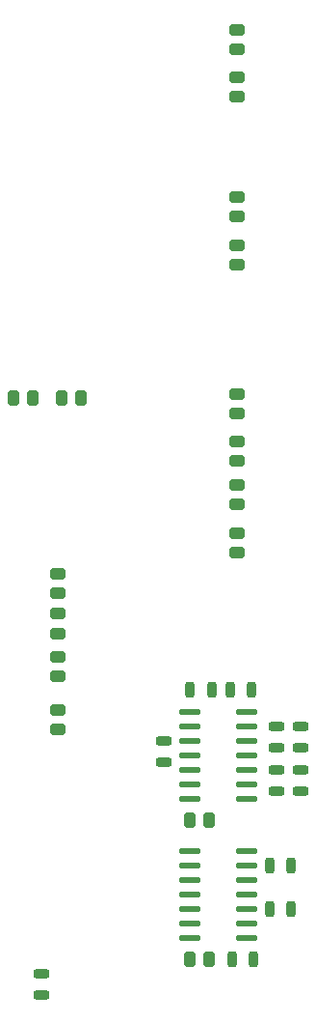
<source format=gtp>
G04 #@! TF.GenerationSoftware,KiCad,Pcbnew,(6.0.2-0)*
G04 #@! TF.CreationDate,2022-05-25T00:55:44-04:00*
G04 #@! TF.ProjectId,SEPowerAdapter,5345506f-7765-4724-9164-61707465722e,rev?*
G04 #@! TF.SameCoordinates,Original*
G04 #@! TF.FileFunction,Paste,Top*
G04 #@! TF.FilePolarity,Positive*
%FSLAX46Y46*%
G04 Gerber Fmt 4.6, Leading zero omitted, Abs format (unit mm)*
G04 Created by KiCad (PCBNEW (6.0.2-0)) date 2022-05-25 00:55:44*
%MOMM*%
%LPD*%
G01*
G04 APERTURE LIST*
G04 Aperture macros list*
%AMRoundRect*
0 Rectangle with rounded corners*
0 $1 Rounding radius*
0 $2 $3 $4 $5 $6 $7 $8 $9 X,Y pos of 4 corners*
0 Add a 4 corners polygon primitive as box body*
4,1,4,$2,$3,$4,$5,$6,$7,$8,$9,$2,$3,0*
0 Add four circle primitives for the rounded corners*
1,1,$1+$1,$2,$3*
1,1,$1+$1,$4,$5*
1,1,$1+$1,$6,$7*
1,1,$1+$1,$8,$9*
0 Add four rect primitives between the rounded corners*
20,1,$1+$1,$2,$3,$4,$5,0*
20,1,$1+$1,$4,$5,$6,$7,0*
20,1,$1+$1,$6,$7,$8,$9,0*
20,1,$1+$1,$8,$9,$2,$3,0*%
G04 Aperture macros list end*
%ADD10RoundRect,0.237500X-0.262500X-0.437500X0.262500X-0.437500X0.262500X0.437500X-0.262500X0.437500X0*%
%ADD11RoundRect,0.187500X-0.487500X0.212500X-0.487500X-0.212500X0.487500X-0.212500X0.487500X0.212500X0*%
%ADD12RoundRect,0.237500X-0.437500X0.262500X-0.437500X-0.262500X0.437500X-0.262500X0.437500X0.262500X0*%
%ADD13RoundRect,0.187500X0.212500X0.487500X-0.212500X0.487500X-0.212500X-0.487500X0.212500X-0.487500X0*%
%ADD14RoundRect,0.237500X0.437500X-0.262500X0.437500X0.262500X-0.437500X0.262500X-0.437500X-0.262500X0*%
%ADD15RoundRect,0.187500X-0.212500X-0.487500X0.212500X-0.487500X0.212500X0.487500X-0.212500X0.487500X0*%
%ADD16RoundRect,0.125000X0.825000X0.150000X-0.825000X0.150000X-0.825000X-0.150000X0.825000X-0.150000X0*%
%ADD17RoundRect,0.237500X0.262500X0.437500X-0.262500X0.437500X-0.262500X-0.437500X0.262500X-0.437500X0*%
G04 APERTURE END LIST*
D10*
X105410000Y-175704500D03*
X107110000Y-175704500D03*
D11*
X92329000Y-189103000D03*
X92329000Y-191003000D03*
X103124000Y-168719500D03*
X103124000Y-170619500D03*
D12*
X109500000Y-146300000D03*
X109500000Y-148000000D03*
D13*
X110802500Y-164274500D03*
X108902500Y-164274500D03*
D12*
X109500000Y-125300000D03*
X109500000Y-127000000D03*
D10*
X105410000Y-187833000D03*
X107110000Y-187833000D03*
D14*
X93800000Y-159300000D03*
X93800000Y-157600000D03*
D12*
X93800000Y-154099999D03*
X93800000Y-155799999D03*
D14*
X109500000Y-144200000D03*
X109500000Y-142500000D03*
X93800000Y-163100000D03*
X93800000Y-161400000D03*
D15*
X105410000Y-164274500D03*
X107310000Y-164274500D03*
X112397500Y-179641500D03*
X114297500Y-179641500D03*
D11*
X112966500Y-167449500D03*
X112966500Y-169349500D03*
D14*
X109500000Y-112300000D03*
X109500000Y-110600000D03*
D10*
X89867000Y-138684000D03*
X91567000Y-138684000D03*
D11*
X115125500Y-171264500D03*
X115125500Y-173164500D03*
D16*
X110361500Y-185991500D03*
X110361500Y-184721500D03*
X110361500Y-183451500D03*
X110361500Y-182181500D03*
X110361500Y-180911500D03*
X110361500Y-179641500D03*
X110361500Y-178371500D03*
X105411500Y-178371500D03*
X105411500Y-179641500D03*
X105411500Y-180911500D03*
X105411500Y-182181500D03*
X105411500Y-183451500D03*
X105411500Y-184721500D03*
X105411500Y-185991500D03*
D11*
X115125500Y-167454500D03*
X115125500Y-169354500D03*
X112966500Y-171259500D03*
X112966500Y-173159500D03*
D15*
X112397500Y-183451500D03*
X114297500Y-183451500D03*
D13*
X110993000Y-187833000D03*
X109093000Y-187833000D03*
D14*
X93800000Y-167700000D03*
X93800000Y-166000000D03*
D17*
X95807000Y-138684000D03*
X94107000Y-138684000D03*
D12*
X109500000Y-106400000D03*
X109500000Y-108100000D03*
X109500000Y-121100000D03*
X109500000Y-122800000D03*
D14*
X109500000Y-140000000D03*
X109500000Y-138300000D03*
D12*
X109500000Y-150500000D03*
X109500000Y-152200000D03*
D16*
X110361500Y-173799500D03*
X110361500Y-172529500D03*
X110361500Y-171259500D03*
X110361500Y-169989500D03*
X110361500Y-168719500D03*
X110361500Y-167449500D03*
X110361500Y-166179500D03*
X105411500Y-166179500D03*
X105411500Y-167449500D03*
X105411500Y-168719500D03*
X105411500Y-169989500D03*
X105411500Y-171259500D03*
X105411500Y-172529500D03*
X105411500Y-173799500D03*
M02*

</source>
